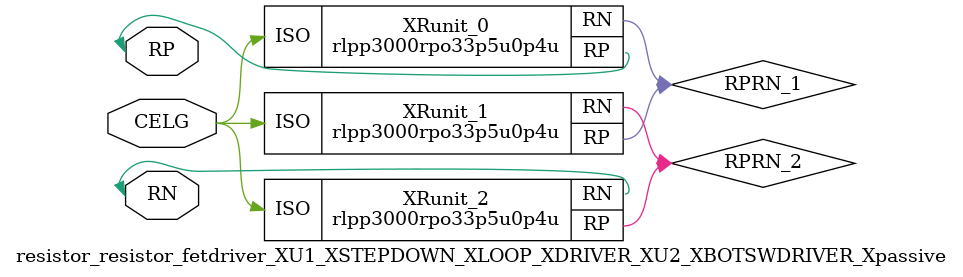
<source format=v>

module rlpp3000rpo33p5u0p4u (RP, RN, ISO);
inout RP;
inout RN;
input ISO;
endmodule

//Celera Confidential Do Not Copy resistor_resistor_fetdriver_XU1_XSTEPDOWN_XLOOP_XDRIVER_XU2_XBOTSWDRIVER_Xpassive
//Celera Confidential Symbol Generator
//RESISTOR:1000.00KOhm TYPE:poly DFT:no
module resistor_resistor_fetdriver_XU1_XSTEPDOWN_XLOOP_XDRIVER_XU2_XBOTSWDRIVER_Xpassive (RP,
CELG,
RN);
inout RP;
inout RN;
input CELG;

//Celera Confidential Do Not Copy Runit
rlpp3000rpo33p5u0p4u XRunit_0(
.RP (RP),
.RN (RPRN_1),
.ISO (CELG)
);
rlpp3000rpo33p5u0p4u XRunit_1(
.RP (RPRN_1),
.RN (RPRN_2),
.ISO (CELG)
);
rlpp3000rpo33p5u0p4u XRunit_2(
.RP (RPRN_2),
.RN (RN),
.ISO (CELG)
);

//Celera Confidential Do Not Copy //DieSize,rlpp3000rpo33p5u0p4u

//Die Size Calculator rlpp3000rpo33p5u0p4u
//,diesize,rlpp3000rpo33p5u0p4u,3

//Celera Confidential Do Not Copy Module End
//Celera Schematic Generator
endmodule

</source>
